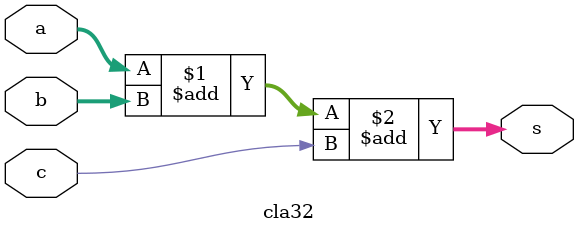
<source format=v>
module addsub32(
		input [31:0] A,
		input [31:0] B,
		input        sub,
		output[31:0] Result
    );
	
	cla32 as32(A , B^{32{sub}} , sub , Result); 

endmodule

module cla32(
		input [31:0] a,
		input [31:0] b,
		input        c,
		output[31:0] s
    );
	 assign s = a + b + c; 
endmodule

</source>
